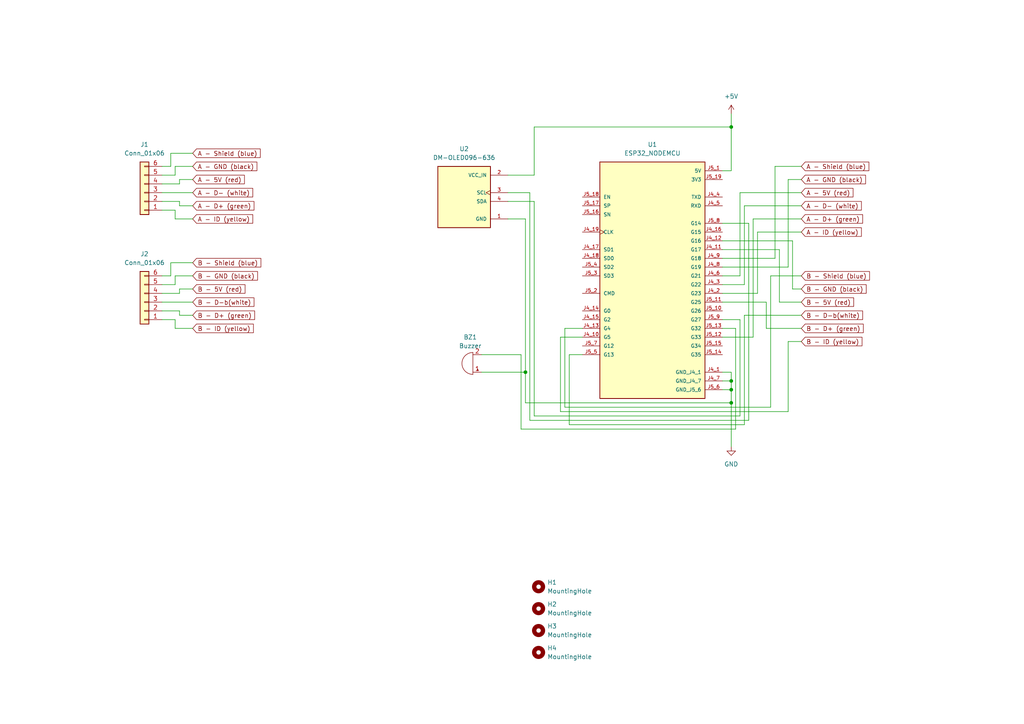
<source format=kicad_sch>
(kicad_sch (version 20230121) (generator eeschema)
  (paper "A4")
  (title_block (title "USB Breakout Test Jig") (date "2024-02-22") (rev "v1.0") (company "Sternenlabor e.V.") (comment 1 "André Fiedler <mail@andrefiedler.de>"))
  (lib_symbols
    (symbol "Connector_Generic:Conn_01x06" (pin_names (offset 1.016) hide)
      (property "Reference" "J" (at 0 7.62 0))
      (property "Value" "Conn_01x06" (at 0 -10.16 0))
      (symbol "Conn_01x06_1_1"
        (rectangle (start -1.27 -7.493) (end 0 -7.747) (stroke (width 0.1524)))
        (rectangle (start -1.27 -4.953) (end 0 -5.207) (stroke (width 0.1524)))
        (rectangle (start -1.27 -2.413) (end 0 -2.667) (stroke (width 0.1524)))
        (rectangle (start -1.27 0.127) (end 0 -0.127) (stroke (width 0.1524)))
        (rectangle (start -1.27 2.667) (end 0 2.413) (stroke (width 0.1524)))
        (rectangle (start -1.27 5.207) (end 0 4.953) (stroke (width 0.1524)))
        (rectangle (start -1.27 6.35) (end 1.27 -8.89) (stroke (width 0.254)) (fill (type background)))
        (pin passive line (at -5.08 5.08 0) (length 3.81) (name "Pin_1") (number "1"))
        (pin passive line (at -5.08 2.54 0) (length 3.81) (name "Pin_2") (number "2"))
        (pin passive line (at -5.08 0 0) (length 3.81) (name "Pin_3") (number "3"))
        (pin passive line (at -5.08 -2.54 0) (length 3.81) (name "Pin_4") (number "4"))
        (pin passive line (at -5.08 -5.08 0) (length 3.81) (name "Pin_5") (number "5"))
        (pin passive line (at -5.08 -7.62 0) (length 3.81) (name "Pin_6") (number "6"))
      )
    )
    (symbol "DM-OLED096-636:DM-OLED096-636" (pin_names (offset 1.016))
      (property "Reference" "U" (at -7.62 10.922 0))
      (property "Value" "DM-OLED096-636" (at -7.62 -10.16 0))
      (symbol "DM-OLED096-636_0_0"
        (rectangle (start -7.62 -7.62) (end 7.62 10.16) (stroke (width 0.254)) (fill (type background)))
        (pin power_in line (at 12.7 -5.08 180) (length 5.08) (name "GND") (number "1"))
        (pin power_in line (at 12.7 7.62 180) (length 5.08) (name "VCC_IN") (number "2"))
        (pin input clock (at 12.7 2.54 180) (length 5.08) (name "SCL") (number "3"))
        (pin bidirectional line (at 12.7 0 180) (length 5.08) (name "SDA") (number "4"))
      )
    )
    (symbol "Device:Buzzer" (pin_names (offset 0.0254) hide)
      (property "Reference" "BZ" (at 3.81 1.27 0))
      (property "Value" "Buzzer" (at 3.81 -1.27 0))
      (symbol "Buzzer_0_1"
        (arc (start 0 -3.175) (mid 3.1612 0) (end 0 3.175))
        (polyline (pts (xy -1.651 1.905) (xy -1.143 1.905)))
        (polyline (pts (xy -1.397 2.159) (xy -1.397 1.651)))
        (polyline (pts (xy 0 3.175) (xy 0 -3.175)))
      )
      (symbol "Buzzer_1_1"
        (pin passive line (at -2.54 2.54 0) (length 2.54) (name "-") (number "1"))
        (pin passive line (at -2.54 -2.54 0) (length 2.54) (name "+") (number "2"))
      )
    )
    (symbol "ESP32_NODEMCU:ESP32_NODEMCU" (pin_names (offset 1.016))
      (property "Reference" "U" (at -15.24 36.322 0))
      (property "Value" "ESP32_NODEMCU" (at -15.24 -35.56 0))
      (symbol "ESP32_NODEMCU_0_0"
        (rectangle (start -15.24 -33.02) (end 15.24 35.56) (stroke (width 0.254)) (fill (type background)))
        (pin power_in line (at 20.32 -25.4 180) (length 5.08) (name "GND_J4_1") (number "J4_1"))
        (pin bidirectional line (at -20.32 -15.24 0) (length 5.08) (name "G5") (number "J4_10"))
        (pin bidirectional line (at 20.32 10.16 180) (length 5.08) (name "G17") (number "J4_11"))
        (pin bidirectional line (at 20.32 12.7 180) (length 5.08) (name "G16") (number "J4_12"))
        (pin bidirectional line (at -20.32 -12.7 0) (length 5.08) (name "G4") (number "J4_13"))
        (pin bidirectional line (at -20.32 -7.62 0) (length 5.08) (name "G0") (number "J4_14"))
        (pin bidirectional line (at -20.32 -10.16 0) (length 5.08) (name "G2") (number "J4_15"))
        (pin bidirectional line (at 20.32 15.24 180) (length 5.08) (name "G15") (number "J4_16"))
        (pin bidirectional line (at -20.32 10.16 0) (length 5.08) (name "SD1") (number "J4_17"))
        (pin bidirectional line (at -20.32 7.62 0) (length 5.08) (name "SD0") (number "J4_18"))
        (pin input clock (at -20.32 15.24 0) (length 5.08) (name "CLK") (number "J4_19"))
        (pin bidirectional line (at 20.32 -2.54 180) (length 5.08) (name "G23") (number "J4_2"))
        (pin bidirectional line (at 20.32 0 180) (length 5.08) (name "G22") (number "J4_3"))
        (pin output line (at 20.32 25.4 180) (length 5.08) (name "TXD") (number "J4_4"))
        (pin input line (at 20.32 22.86 180) (length 5.08) (name "RXD") (number "J4_5"))
        (pin bidirectional line (at 20.32 2.54 180) (length 5.08) (name "G21") (number "J4_6"))
        (pin power_in line (at 20.32 -27.94 180) (length 5.08) (name "GND_J4_7") (number "J4_7"))
        (pin bidirectional line (at 20.32 5.08 180) (length 5.08) (name "G19") (number "J4_8"))
        (pin bidirectional line (at 20.32 7.62 180) (length 5.08) (name "G18") (number "J4_9"))
        (pin power_in line (at 20.32 33.02 180) (length 5.08) (name "5V") (number "J5_1"))
        (pin bidirectional line (at 20.32 -7.62 180) (length 5.08) (name "G26") (number "J5_10"))
        (pin bidirectional line (at 20.32 -5.08 180) (length 5.08) (name "G25") (number "J5_11"))
        (pin bidirectional line (at 20.32 -15.24 180) (length 5.08) (name "G33") (number "J5_12"))
        (pin bidirectional line (at 20.32 -12.7 180) (length 5.08) (name "G32") (number "J5_13"))
        (pin bidirectional line (at 20.32 -20.32 180) (length 5.08) (name "G35") (number "J5_14"))
        (pin bidirectional line (at 20.32 -17.78 180) (length 5.08) (name "G34") (number "J5_15"))
        (pin input line (at -20.32 20.32 0) (length 5.08) (name "SN") (number "J5_16"))
        (pin input line (at -20.32 22.86 0) (length 5.08) (name "SP") (number "J5_17"))
        (pin input line (at -20.32 25.4 0) (length 5.08) (name "EN") (number "J5_18"))
        (pin power_in line (at 20.32 30.48 180) (length 5.08) (name "3V3") (number "J5_19"))
        (pin bidirectional line (at -20.32 -2.54 0) (length 5.08) (name "CMD") (number "J5_2"))
        (pin bidirectional line (at -20.32 2.54 0) (length 5.08) (name "SD3") (number "J5_3"))
        (pin bidirectional line (at -20.32 5.08 0) (length 5.08) (name "SD2") (number "J5_4"))
        (pin bidirectional line (at -20.32 -20.32 0) (length 5.08) (name "G13") (number "J5_5"))
        (pin power_in line (at 20.32 -30.48 180) (length 5.08) (name "GND_J5_6") (number "J5_6"))
        (pin bidirectional line (at -20.32 -17.78 0) (length 5.08) (name "G12") (number "J5_7"))
        (pin bidirectional line (at 20.32 17.78 180) (length 5.08) (name "G14") (number "J5_8"))
        (pin bidirectional line (at 20.32 -10.16 180) (length 5.08) (name "G27") (number "J5_9"))
      )
    )
    (symbol "Mechanical:MountingHole" (pin_names (offset 1.016))
      (property "Reference" "H" (at 0 5.08 0))
      (property "Value" "MountingHole" (at 0 3.175 0))
      (symbol "MountingHole_0_1"
        (circle (center 0 0) (radius 1.27) (stroke (width 1.27)))
      )
    )
    (symbol "power:+5V" (power) (pin_names (offset 0))
      (property "Value" "+5V" (at 0 3.556 0))
      (symbol "+5V_0_1"
        (polyline (pts (xy -0.762 1.27) (xy 0 2.54)))
        (polyline (pts (xy 0 0) (xy 0 2.54)))
        (polyline (pts (xy 0 2.54) (xy 0.762 1.27)))
      )
      (symbol "+5V_1_1"
        (pin power_in line (at 0 0 90) (length 0) hide (name "+5V") (number "1"))
      )
    )
    (symbol "power:GND" (power) (pin_names (offset 0))
      (property "Value" "GND" (at 0 -3.81 0))
      (symbol "GND_0_1"
        (polyline (pts (xy 0 0) (xy 0 -1.27) (xy 1.27 -1.27) (xy 0 -2.54) (xy -1.27 -1.27) (xy 0 -1.27)))
      )
      (symbol "GND_1_1"
        (pin power_in line (at 0 0 270) (length 0) hide (name "GND") (number "1"))
      )
    )
  )
  (junction (at 212.09 116.84))
  (junction (at 212.09 113.03))
  (junction (at 212.09 110.49))
  (junction (at 212.09 36.83))
  (junction (at 152.4 107.95))
  (wire (pts (xy 219.71 67.31) (xy 219.71 85.09)))
  (wire (pts (xy 218.44 97.79) (xy 209.55 97.79)))
  (wire (pts (xy 49.53 80.01) (xy 49.53 76.2)))
  (wire (pts (xy 46.99 53.34) (xy 52.07 53.34)))
  (wire (pts (xy 212.09 49.53) (xy 212.09 36.83)))
  (wire (pts (xy 228.6 52.07) (xy 232.41 52.07)))
  (wire (pts (xy 219.71 85.09) (xy 209.55 85.09)))
  (wire (pts (xy 168.91 95.25) (xy 163.83 95.25)))
  (wire (pts (xy 224.79 48.26) (xy 232.41 48.26)))
  (wire (pts (xy 209.55 77.47) (xy 228.6 77.47)))
  (wire (pts (xy 162.56 97.79) (xy 168.91 97.79)))
  (wire (pts (xy 154.94 58.42) (xy 147.32 58.42)))
  (wire (pts (xy 46.99 82.55) (xy 50.8 82.55)))
  (wire (pts (xy 212.09 107.95) (xy 212.09 110.49)))
  (wire (pts (xy 212.09 110.49) (xy 212.09 113.03)))
  (wire (pts (xy 232.41 99.06) (xy 228.6 99.06)))
  (wire (pts (xy 229.87 83.82) (xy 232.41 83.82)))
  (wire (pts (xy 223.52 118.11) (xy 223.52 80.01)))
  (wire (pts (xy 153.67 121.92) (xy 217.17 121.92)))
  (wire (pts (xy 152.4 116.84) (xy 212.09 116.84)))
  (wire (pts (xy 50.8 82.55) (xy 50.8 80.01)))
  (wire (pts (xy 46.99 60.96) (xy 50.8 60.96)))
  (wire (pts (xy 163.83 118.11) (xy 223.52 118.11)))
  (wire (pts (xy 213.36 124.46) (xy 151.13 124.46)))
  (wire (pts (xy 49.53 48.26) (xy 46.99 48.26)))
  (wire (pts (xy 46.99 90.17) (xy 52.07 90.17)))
  (wire (pts (xy 218.44 63.5) (xy 218.44 97.79)))
  (wire (pts (xy 212.09 113.03) (xy 209.55 113.03)))
  (wire (pts (xy 139.7 107.95) (xy 152.4 107.95)))
  (wire (pts (xy 215.9 123.19) (xy 165.1 123.19)))
  (wire (pts (xy 52.07 90.17) (xy 52.07 91.44)))
  (wire (pts (xy 226.06 72.39) (xy 226.06 87.63)))
  (wire (pts (xy 46.99 80.01) (xy 49.53 80.01)))
  (wire (pts (xy 52.07 59.69) (xy 55.88 59.69)))
  (wire (pts (xy 49.53 44.45) (xy 49.53 48.26)))
  (wire (pts (xy 46.99 87.63) (xy 55.88 87.63)))
  (wire (pts (xy 147.32 55.88) (xy 153.67 55.88)))
  (wire (pts (xy 209.55 110.49) (xy 212.09 110.49)))
  (wire (pts (xy 46.99 85.09) (xy 52.07 85.09)))
  (wire (pts (xy 215.9 91.44) (xy 215.9 123.19)))
  (wire (pts (xy 228.6 99.06) (xy 228.6 119.38)))
  (wire (pts (xy 209.55 69.85) (xy 229.87 69.85)))
  (wire (pts (xy 224.79 74.93) (xy 224.79 48.26)))
  (wire (pts (xy 50.8 80.01) (xy 55.88 80.01)))
  (wire (pts (xy 209.55 49.53) (xy 212.09 49.53)))
  (wire (pts (xy 139.7 102.87) (xy 151.13 102.87)))
  (wire (pts (xy 214.63 55.88) (xy 214.63 80.01)))
  (wire (pts (xy 209.55 87.63) (xy 222.25 87.63)))
  (wire (pts (xy 50.8 50.8) (xy 50.8 48.26)))
  (wire (pts (xy 209.55 80.01) (xy 214.63 80.01)))
  (wire (pts (xy 226.06 87.63) (xy 232.41 87.63)))
  (wire (pts (xy 46.99 50.8) (xy 50.8 50.8)))
  (wire (pts (xy 223.52 80.01) (xy 232.41 80.01)))
  (wire (pts (xy 215.9 82.55) (xy 215.9 59.69)))
  (wire (pts (xy 228.6 119.38) (xy 162.56 119.38)))
  (wire (pts (xy 50.8 48.26) (xy 55.88 48.26)))
  (wire (pts (xy 209.55 64.77) (xy 217.17 64.77)))
  (wire (pts (xy 152.4 107.95) (xy 152.4 116.84)))
  (wire (pts (xy 52.07 91.44) (xy 55.88 91.44)))
  (wire (pts (xy 165.1 102.87) (xy 168.91 102.87)))
  (wire (pts (xy 163.83 95.25) (xy 163.83 118.11)))
  (wire (pts (xy 154.94 50.8) (xy 147.32 50.8)))
  (wire (pts (xy 46.99 58.42) (xy 52.07 58.42)))
  (wire (pts (xy 154.94 120.65) (xy 214.63 120.65)))
  (wire (pts (xy 50.8 95.25) (xy 55.88 95.25)))
  (wire (pts (xy 209.55 72.39) (xy 226.06 72.39)))
  (wire (pts (xy 222.25 87.63) (xy 222.25 95.25)))
  (wire (pts (xy 209.55 92.71) (xy 214.63 92.71)))
  (wire (pts (xy 209.55 107.95) (xy 212.09 107.95)))
  (wire (pts (xy 46.99 92.71) (xy 50.8 92.71)))
  (wire (pts (xy 162.56 119.38) (xy 162.56 97.79)))
  (wire (pts (xy 52.07 83.82) (xy 55.88 83.82)))
  (wire (pts (xy 209.55 95.25) (xy 213.36 95.25)))
  (wire (pts (xy 50.8 92.71) (xy 50.8 95.25)))
  (wire (pts (xy 50.8 60.96) (xy 50.8 63.5)))
  (wire (pts (xy 218.44 63.5) (xy 232.41 63.5)))
  (wire (pts (xy 55.88 44.45) (xy 49.53 44.45)))
  (wire (pts (xy 147.32 63.5) (xy 152.4 63.5)))
  (wire (pts (xy 50.8 63.5) (xy 55.88 63.5)))
  (wire (pts (xy 222.25 95.25) (xy 232.41 95.25)))
  (wire (pts (xy 229.87 69.85) (xy 229.87 83.82)))
  (wire (pts (xy 46.99 55.88) (xy 55.88 55.88)))
  (wire (pts (xy 152.4 63.5) (xy 152.4 107.95)))
  (wire (pts (xy 215.9 91.44) (xy 232.41 91.44)))
  (wire (pts (xy 217.17 64.77) (xy 217.17 121.92)))
  (wire (pts (xy 52.07 52.07) (xy 55.88 52.07)))
  (wire (pts (xy 154.94 36.83) (xy 154.94 50.8)))
  (wire (pts (xy 214.63 55.88) (xy 232.41 55.88)))
  (wire (pts (xy 52.07 85.09) (xy 52.07 83.82)))
  (wire (pts (xy 213.36 95.25) (xy 213.36 124.46)))
  (wire (pts (xy 212.09 116.84) (xy 212.09 129.54)))
  (wire (pts (xy 228.6 52.07) (xy 228.6 77.47)))
  (wire (pts (xy 52.07 58.42) (xy 52.07 59.69)))
  (wire (pts (xy 209.55 74.93) (xy 224.79 74.93)))
  (wire (pts (xy 153.67 55.88) (xy 153.67 121.92)))
  (wire (pts (xy 154.94 58.42) (xy 154.94 120.65)))
  (wire (pts (xy 212.09 36.83) (xy 154.94 36.83)))
  (wire (pts (xy 214.63 120.65) (xy 214.63 92.71)))
  (wire (pts (xy 215.9 59.69) (xy 232.41 59.69)))
  (wire (pts (xy 52.07 53.34) (xy 52.07 52.07)))
  (wire (pts (xy 212.09 116.84) (xy 212.09 113.03)))
  (wire (pts (xy 215.9 82.55) (xy 209.55 82.55)))
  (wire (pts (xy 212.09 33.02) (xy 212.09 36.83)))
  (wire (pts (xy 151.13 124.46) (xy 151.13 102.87)))
  (wire (pts (xy 165.1 123.19) (xy 165.1 102.87)))
  (wire (pts (xy 49.53 76.2) (xy 55.88 76.2)))
  (wire (pts (xy 219.71 67.31) (xy 232.41 67.31)))
  (global_label "B - GND (black)" (shape input) (at 232.41 83.82 0) (property "Intersheetrefs" "${INTERSHEET_REFS}" (effects hide)))
  (global_label "A - 5V (red)" (shape input) (at 55.88 52.07 0) (property "Intersheetrefs" "${INTERSHEET_REFS}" (effects hide)))
  (global_label "B - Shield (blue)" (shape input) (at 55.88 76.2 0) (property "Intersheetrefs" "${INTERSHEET_REFS}" (effects hide)))
  (global_label "A - D- (white)" (shape input) (at 232.41 59.69 0) (property "Intersheetrefs" "${INTERSHEET_REFS}" (effects hide)))
  (global_label "B - GND (black)" (shape input) (at 55.88 80.01 0) (property "Intersheetrefs" "${INTERSHEET_REFS}" (effects hide)))
  (global_label "B - D+ (green)" (shape input) (at 232.41 95.25 0) (property "Intersheetrefs" "${INTERSHEET_REFS}" (effects hide)))
  (global_label "B - 5V (red)" (shape input) (at 232.41 87.63 0) (property "Intersheetrefs" "${INTERSHEET_REFS}" (effects hide)))
  (global_label "A - Shield (blue)" (shape input) (at 55.88 44.45 0) (property "Intersheetrefs" "${INTERSHEET_REFS}" (effects hide)))
  (global_label "A - ID (yellow)" (shape input) (at 232.41 67.31 0) (property "Intersheetrefs" "${INTERSHEET_REFS}" (effects hide)))
  (global_label "A - GND (black)" (shape input) (at 232.41 52.07 0) (property "Intersheetrefs" "${INTERSHEET_REFS}" (effects hide)))
  (global_label "B - ID (yellow)" (shape input) (at 55.88 95.25 0) (property "Intersheetrefs" "${INTERSHEET_REFS}" (effects hide)))
  (global_label "B - D-b(white)" (shape input) (at 55.88 87.63 0) (property "Intersheetrefs" "${INTERSHEET_REFS}" (effects hide)))
  (global_label "A - D+ (green)" (shape input) (at 55.88 59.69 0) (property "Intersheetrefs" "${INTERSHEET_REFS}" (effects hide)))
  (global_label "B - D+ (green)" (shape input) (at 55.88 91.44 0) (property "Intersheetrefs" "${INTERSHEET_REFS}" (effects hide)))
  (global_label "B - D-b(white)" (shape input) (at 232.41 91.44 0) (property "Intersheetrefs" "${INTERSHEET_REFS}" (effects hide)))
  (global_label "A - 5V (red)" (shape input) (at 232.41 55.88 0) (property "Intersheetrefs" "${INTERSHEET_REFS}" (effects hide)))
  (global_label "B - Shield (blue)" (shape input) (at 232.41 80.01 0) (property "Intersheetrefs" "${INTERSHEET_REFS}" (effects hide)))
  (global_label "A - Shield (blue)" (shape input) (at 232.41 48.26 0) (property "Intersheetrefs" "${INTERSHEET_REFS}" (effects hide)))
  (global_label "A - D- (white)" (shape input) (at 55.88 55.88 0) (property "Intersheetrefs" "${INTERSHEET_REFS}" (effects hide)))
  (global_label "B - ID (yellow)" (shape input) (at 232.41 99.06 0) (property "Intersheetrefs" "${INTERSHEET_REFS}" (effects hide)))
  (global_label "A - D+ (green)" (shape input) (at 232.41 63.5 0) (property "Intersheetrefs" "${INTERSHEET_REFS}" (effects hide)))
  (global_label "A - ID (yellow)" (shape input) (at 55.88 63.5 0) (property "Intersheetrefs" "${INTERSHEET_REFS}" (effects hide)))
  (global_label "B - 5V (red)" (shape input) (at 55.88 83.82 0) (property "Intersheetrefs" "${INTERSHEET_REFS}" (effects hide)))
  (global_label "A - GND (black)" (shape input) (at 55.88 48.26 0) (property "Intersheetrefs" "${INTERSHEET_REFS}" (effects hide)))
  (symbol (lib_id "Device:Buzzer") (at 137.16 105.41 180) (unit 1)
    (property "Reference" "BZ1" (at 136.4049 97.79 0))
    (property "Value" "Buzzer" (at 136.4049 100.33 0))
    (property "Footprint" "Buzzer_Beeper:Buzzer_12x9.5RM7.6" (effects hide))
  )
  (symbol (lib_id "Connector_Generic:Conn_01x06") (at 41.91 87.63 180) (unit 1)
    (property "Reference" "J2" (at 41.91 73.66 0))
    (property "Value" "Conn_01x06" (at 41.91 76.2 0))
    (property "Footprint" "Connector_JST:JST_XH_S6B-XH-A_1x06_P2.50mm_Horizontal" (effects hide))
  )
  (symbol (lib_id "power:+5V") (at 212.09 33.02 0) (unit 1)
    (property "Reference" "#PWR02" (effects hide))
    (property "Value" "+5V" (at 212.09 27.94 0))
  )
  (symbol (lib_id "Mechanical:MountingHole") (at 156.21 182.88 0) (unit 1)
    (property "Reference" "H3" (at 158.75 181.61 0) (effects (justify left)))
    (property "Value" "MountingHole" (at 158.75 184.15 0) (effects (justify left)))
    (property "Footprint" "MountingHole:MountingHole_3.2mm_M3" (effects hide))
  )
  (symbol (lib_id "Mechanical:MountingHole") (at 156.21 170.18 0) (unit 1)
    (property "Reference" "H1" (at 158.75 168.91 0) (effects (justify left)))
    (property "Value" "MountingHole" (at 158.75 171.45 0) (effects (justify left)))
    (property "Footprint" "MountingHole:MountingHole_3.2mm_M3" (effects hide))
  )
  (symbol (lib_id "ESP32_NODEMCU:ESP32_NODEMCU") (at 189.23 82.55 0) (unit 1)
    (property "Reference" "U1" (at 189.23 41.91 0))
    (property "Value" "ESP32_NODEMCU" (at 189.23 44.45 0))
    (property "Footprint" "ESP32_NODEMCU:MODULE_ESP32_NODEMCU" (effects hide))
    (property "MF" "Espressif Systems" (effects hide))
    (property "MAXIMUM_PACKAGE_HEIGHT" "6.6 mm" (effects hide))
    (property "Package" "Package" (effects hide))
    (property "Price" "None" (effects hide))
    (property "Check_prices" "https://www.snapeda.com/parts/ESP32%20NODEMCU/Espressif+Systems/view-part/?ref=eda" (effects hide))
    (property "STANDARD" "Manufacturer Recommendations" (effects hide))
    (property "SnapEDA_Link" "https://www.snapeda.com/parts/ESP32%20NODEMCU/Espressif+Systems/view-part/?ref=snap" (effects hide))
    (property "MP" "ESP32 NODEMCU" (effects hide))
    (property "Description" "\nNodeMCU is an open source loT platform. ESP32 is a series of low cost, low power\nsystem-on-chip (SoC) microcontrollers with integrated Wi-Fi & dual-mode Bluetooth.\n" (effects hide))
    (property "Availability" "Not in stock" (effects hide))
    (property "MANUFACTURER" "Espressif Systems" (effects hide))
  )
  (symbol (lib_id "DM-OLED096-636:DM-OLED096-636") (at 134.62 58.42 0) (unit 1)
    (property "Reference" "U2" (at 134.62 43.18 0))
    (property "Value" "DM-OLED096-636" (at 134.62 45.72 0))
    (property "Footprint" "DM-OLED096-636:MODULE_DM-OLED096-636" (effects hide))
    (property "MF" "Display Module" (effects hide))
    (property "MAXIMUM_PACKAGE_HEIGHT" "11.3 mm" (effects hide))
    (property "Package" "Package" (effects hide))
    (property "Price" "None" (effects hide))
    (property "Check_prices" "https://www.snapeda.com/parts/DM-OLED096-636/Display+Module/view-part/?ref=eda" (effects hide))
    (property "STANDARD" "Manufacturer Recommendations" (effects hide))
    (property "PARTREV" "2018-09-10" (effects hide))
    (property "SnapEDA_Link" "https://www.snapeda.com/parts/DM-OLED096-636/Display+Module/view-part/?ref=snap" (effects hide))
    (property "MP" "DM-OLED096-636" (effects hide))
    (property "Description" "\n0.96” 128 X 64 MONOCHROME GRAPHIC OLED DISPLAY MODULE - I2C\n" (effects hide))
    (property "Availability" "Not in stock" (effects hide))
    (property "MANUFACTURER" "Displaymodule" (effects hide))
  )
  (symbol (lib_id "Mechanical:MountingHole") (at 156.21 176.53 0) (unit 1)
    (property "Reference" "H2" (at 158.75 175.26 0) (effects (justify left)))
    (property "Value" "MountingHole" (at 158.75 177.8 0) (effects (justify left)))
    (property "Footprint" "MountingHole:MountingHole_3.2mm_M3" (effects hide))
  )
  (symbol (lib_id "power:GND") (at 212.09 129.54 0) (unit 1)
    (property "Reference" "#PWR01" (effects hide))
    (property "Value" "GND" (at 212.09 134.62 0))
  )
  (symbol (lib_id "Mechanical:MountingHole") (at 156.21 189.23 0) (unit 1)
    (property "Reference" "H4" (at 158.75 187.96 0) (effects (justify left)))
    (property "Value" "MountingHole" (at 158.75 190.5 0) (effects (justify left)))
    (property "Footprint" "MountingHole:MountingHole_3.2mm_M3" (effects hide))
  )
  (symbol (lib_id "Connector_Generic:Conn_01x06") (at 41.91 55.88 180) (unit 1)
    (property "Reference" "J1" (at 41.91 41.91 0))
    (property "Value" "Conn_01x06" (at 41.91 44.45 0))
    (property "Footprint" "Connector_JST:JST_XH_S6B-XH-A_1x06_P2.50mm_Horizontal" (effects hide))
  )
)
</source>
